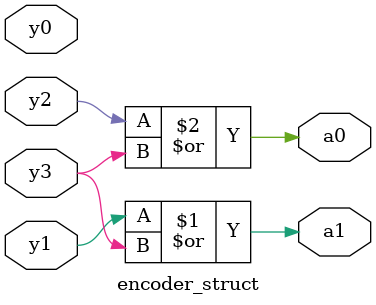
<source format=v>


module encoder_struct(a0,a1,y0,y1,y2,y3);
output  a0,a1;
input  y0,y1,y2,y3;
or(a1,y1,y3);
or(a0,y2,y3);
endmodule

</source>
